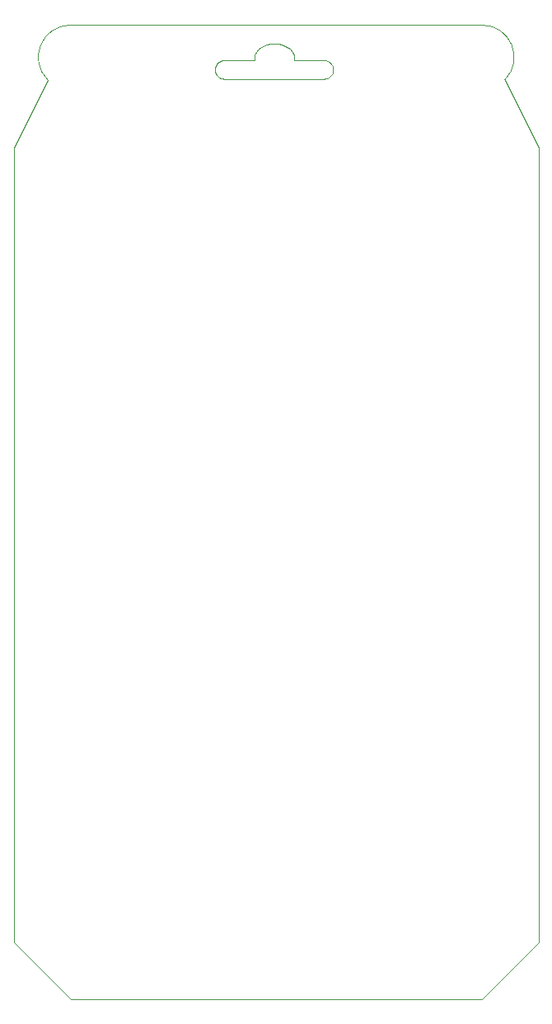
<source format=gbr>
%TF.GenerationSoftware,KiCad,Pcbnew,6.0.9+dfsg-1~bpo11+1*%
%TF.CreationDate,2023-01-21T22:29:26-05:00*%
%TF.ProjectId,cc-19-badge,63632d31-392d-4626-9164-67652e6b6963,rev?*%
%TF.SameCoordinates,Original*%
%TF.FileFunction,Profile,NP*%
%FSLAX46Y46*%
G04 Gerber Fmt 4.6, Leading zero omitted, Abs format (unit mm)*
G04 Created by KiCad (PCBNEW 6.0.9+dfsg-1~bpo11+1) date 2023-01-21 22:29:26*
%MOMM*%
%LPD*%
G01*
G04 APERTURE LIST*
%TA.AperFunction,Profile*%
%ADD10C,0.100000*%
%TD*%
G04 APERTURE END LIST*
D10*
X140510867Y-45641867D02*
G75*
G03*
X138176000Y-40005000I-2334867J2334867D01*
G01*
X95885000Y-40004999D02*
G75*
G03*
X93550133Y-45641867I0J-3302001D01*
G01*
X140510867Y-45641867D02*
X144018000Y-52578000D01*
X95885000Y-40005000D02*
X138176000Y-40005000D01*
X144018000Y-134112000D02*
X138176000Y-139954000D01*
X95885000Y-139954000D02*
X138176000Y-139954000D01*
X90043000Y-52578000D02*
X93550133Y-45641867D01*
X144018000Y-52578000D02*
X144018000Y-134112000D01*
X90043000Y-134112000D02*
X95885000Y-139954000D01*
X90043000Y-52578000D02*
X90043000Y-134112000D01*
%TO.C,*%
X122601100Y-45253130D02*
X122717600Y-45111750D01*
X114807100Y-43473720D02*
X114831300Y-43599820D01*
X118283400Y-42330760D02*
X118133600Y-42235330D01*
X114798800Y-43346610D02*
X114807100Y-43473720D01*
X115260200Y-42436720D02*
X115143800Y-42547050D01*
X114839800Y-43058640D02*
X114809200Y-43200540D01*
X117621100Y-42019340D02*
X117240100Y-41937850D01*
X122601100Y-43879220D02*
X122459700Y-43762660D01*
X118849200Y-43599820D02*
X118873200Y-43473720D01*
X110822200Y-44183020D02*
X110766700Y-44362700D01*
X111703400Y-43599820D02*
X111510200Y-43619180D01*
X118725800Y-42796830D02*
X118640800Y-42670110D01*
X111703400Y-45532520D02*
X121924400Y-45532520D01*
X118881200Y-43346610D02*
X118871200Y-43204620D01*
X111330500Y-43674720D02*
X111168100Y-43762660D01*
X122717600Y-44020600D02*
X122601100Y-43879220D01*
X122117600Y-45513170D02*
X122297300Y-45457630D01*
X122880500Y-44555840D02*
X122861100Y-44362700D01*
X110766700Y-44769650D02*
X110822200Y-44949330D01*
X118873200Y-43473720D02*
X118881200Y-43346610D01*
X111168100Y-45369680D02*
X111330500Y-45457630D01*
X118640800Y-42670110D02*
X118538300Y-42549560D01*
X122861100Y-44769650D02*
X122880500Y-44576510D01*
X116034200Y-42026220D02*
X115690300Y-42159340D01*
X114831300Y-43599820D02*
X111703400Y-43599820D01*
X118133600Y-42235330D02*
X117972500Y-42151350D01*
X121924400Y-45532520D02*
X122117600Y-45513170D01*
X118871200Y-43204620D02*
X118841600Y-43065030D01*
X122880500Y-44576510D02*
X122880500Y-44555840D01*
X118538300Y-42549560D02*
X118419000Y-42436130D01*
X110747300Y-44576510D02*
X110766700Y-44769650D01*
X122717600Y-45111750D02*
X122805600Y-44949330D01*
X122459700Y-43762660D02*
X122297300Y-43674720D01*
X118841600Y-43065030D02*
X118793000Y-42928790D01*
X122805600Y-44183020D02*
X122717600Y-44020600D01*
X111168100Y-43762660D02*
X111026700Y-43879220D01*
X122459700Y-45369680D02*
X122601100Y-45253130D01*
X115042600Y-42665120D02*
X114957500Y-42790210D01*
X118419000Y-42436130D02*
X118283400Y-42330760D01*
X110910200Y-45111750D02*
X111026700Y-45253130D01*
X116823500Y-41910000D02*
X116414600Y-41941200D01*
X117972500Y-42151350D02*
X117621100Y-42019340D01*
X122297300Y-43674720D02*
X122117600Y-43619180D01*
X115390800Y-42334850D02*
X115260200Y-42436720D01*
X115690300Y-42159340D02*
X115390800Y-42334850D01*
X115143800Y-42547050D02*
X115042600Y-42665120D01*
X122297300Y-45457630D02*
X122459700Y-45369680D01*
X114889600Y-42921620D02*
X114839800Y-43058640D01*
X110766700Y-44362700D02*
X110747300Y-44555840D01*
X116414600Y-41941200D02*
X116034200Y-42026220D01*
X122805600Y-44949330D02*
X122861100Y-44769650D01*
X121924400Y-43599820D02*
X118849200Y-43599820D01*
X114809200Y-43200540D02*
X114798800Y-43346610D01*
X111026700Y-43879220D02*
X110910200Y-44020600D01*
X116823500Y-41910000D02*
X116823500Y-41910000D01*
X111026700Y-45253130D02*
X111168100Y-45369680D01*
X122117600Y-43619180D02*
X121924400Y-43599820D01*
X110910200Y-44020600D02*
X110822200Y-44183020D01*
X122861100Y-44362700D02*
X122805600Y-44183020D01*
X114957500Y-42790210D02*
X114889600Y-42921620D01*
X118793000Y-42928790D02*
X118725800Y-42796830D01*
X117240100Y-41937850D02*
X116840000Y-41910000D01*
X111510200Y-43619180D02*
X111330500Y-43674720D01*
X111510200Y-45513170D02*
X111703400Y-45532520D01*
X110747300Y-44555840D02*
X110747300Y-44576510D01*
X111330500Y-45457630D02*
X111510200Y-45513170D01*
X116840000Y-41910000D02*
X116823500Y-41910000D01*
X116823500Y-41910000D02*
X116823500Y-41910000D01*
X110822200Y-44949330D02*
X110910200Y-45111750D01*
%TD*%
M02*

</source>
